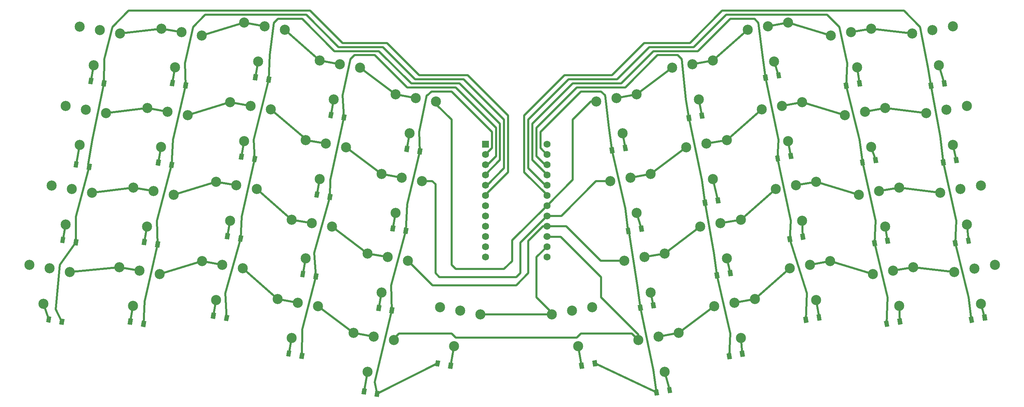
<source format=gbr>
G04 #@! TF.FileFunction,Copper,L2,Bot,Signal*
%FSLAX46Y46*%
G04 Gerber Fmt 4.6, Leading zero omitted, Abs format (unit mm)*
G04 Created by KiCad (PCBNEW 4.0.2-stable) date 29/03/2016 20:26:49*
%MOMM*%
G01*
G04 APERTURE LIST*
%ADD10C,0.100000*%
%ADD11R,1.752600X1.752600*%
%ADD12C,1.752600*%
%ADD13C,2.500000*%
%ADD14C,0.600000*%
%ADD15C,0.500000*%
G04 APERTURE END LIST*
D10*
D11*
X142380000Y-84030000D03*
D12*
X142380000Y-86570000D03*
X142380000Y-89110000D03*
X142380000Y-91650000D03*
X142380000Y-94190000D03*
X142380000Y-96730000D03*
X142380000Y-99270000D03*
X142380000Y-101810000D03*
X142380000Y-104350000D03*
X142380000Y-106890000D03*
X142380000Y-109430000D03*
X142380000Y-111970000D03*
X157620000Y-111970000D03*
X157620000Y-109430000D03*
X157620000Y-106890000D03*
X157620000Y-104350000D03*
X157620000Y-101810000D03*
X157620000Y-99270000D03*
X157620000Y-96730000D03*
X157620000Y-94190000D03*
X157620000Y-91650000D03*
X157620000Y-89110000D03*
X157620000Y-86570000D03*
X157620000Y-84030000D03*
D13*
X227738914Y-113057997D03*
X217733267Y-114822262D03*
X224279823Y-122695070D03*
X222736090Y-113940129D03*
X244830346Y-94812917D03*
X234824699Y-96577182D03*
X241371255Y-104449990D03*
X239827522Y-95695049D03*
D10*
G36*
X43991312Y-69044183D02*
X44251784Y-67566972D01*
X45335072Y-67757985D01*
X45074600Y-69235196D01*
X43991312Y-69044183D01*
X43991312Y-69044183D01*
G37*
G36*
X47241178Y-69617222D02*
X47501650Y-68140011D01*
X48584938Y-68331024D01*
X48324466Y-69808235D01*
X47241178Y-69617222D01*
X47241178Y-69617222D01*
G37*
G36*
X40344700Y-89725146D02*
X40605172Y-88247935D01*
X41688460Y-88438948D01*
X41427988Y-89916159D01*
X40344700Y-89725146D01*
X40344700Y-89725146D01*
G37*
G36*
X43594566Y-90298185D02*
X43855038Y-88820974D01*
X44938326Y-89011987D01*
X44677854Y-90489198D01*
X43594566Y-90298185D01*
X43594566Y-90298185D01*
G37*
G36*
X37045385Y-108436493D02*
X37305857Y-106959282D01*
X38389145Y-107150295D01*
X38128673Y-108627506D01*
X37045385Y-108436493D01*
X37045385Y-108436493D01*
G37*
G36*
X40295251Y-109009532D02*
X40555723Y-107532321D01*
X41639011Y-107723334D01*
X41378539Y-109200545D01*
X40295251Y-109009532D01*
X40295251Y-109009532D01*
G37*
G36*
X33572421Y-128132648D02*
X33832893Y-126655437D01*
X34916181Y-126846450D01*
X34655709Y-128323661D01*
X33572421Y-128132648D01*
X33572421Y-128132648D01*
G37*
G36*
X36822287Y-128705687D02*
X37082759Y-127228476D01*
X38166047Y-127419489D01*
X37905575Y-128896700D01*
X36822287Y-128705687D01*
X36822287Y-128705687D01*
G37*
G36*
X64208411Y-69562723D02*
X64468883Y-68085512D01*
X65552171Y-68276525D01*
X65291699Y-69753736D01*
X64208411Y-69562723D01*
X64208411Y-69562723D01*
G37*
G36*
X67458277Y-70135762D02*
X67718749Y-68658551D01*
X68802037Y-68849564D01*
X68541565Y-70326775D01*
X67458277Y-70135762D01*
X67458277Y-70135762D01*
G37*
G36*
X60735448Y-89258878D02*
X60995920Y-87781667D01*
X62079208Y-87972680D01*
X61818736Y-89449891D01*
X60735448Y-89258878D01*
X60735448Y-89258878D01*
G37*
G36*
X63985314Y-89831917D02*
X64245786Y-88354706D01*
X65329074Y-88545719D01*
X65068602Y-90022930D01*
X63985314Y-89831917D01*
X63985314Y-89831917D01*
G37*
G36*
X57262484Y-108955033D02*
X57522956Y-107477822D01*
X58606244Y-107668835D01*
X58345772Y-109146046D01*
X57262484Y-108955033D01*
X57262484Y-108955033D01*
G37*
G36*
X60512350Y-109528072D02*
X60772822Y-108050861D01*
X61856110Y-108241874D01*
X61595638Y-109719085D01*
X60512350Y-109528072D01*
X60512350Y-109528072D01*
G37*
G36*
X53789521Y-128651188D02*
X54049993Y-127173977D01*
X55133281Y-127364990D01*
X54872809Y-128842201D01*
X53789521Y-128651188D01*
X53789521Y-128651188D01*
G37*
G36*
X57039387Y-129224227D02*
X57299859Y-127747016D01*
X58383147Y-127938029D01*
X58122675Y-129415240D01*
X57039387Y-129224227D01*
X57039387Y-129224227D01*
G37*
G36*
X84772807Y-68111648D02*
X85033279Y-66634437D01*
X86116567Y-66825450D01*
X85856095Y-68302661D01*
X84772807Y-68111648D01*
X84772807Y-68111648D01*
G37*
G36*
X88022673Y-68684687D02*
X88283145Y-67207476D01*
X89366433Y-67398489D01*
X89105961Y-68875700D01*
X88022673Y-68684687D01*
X88022673Y-68684687D01*
G37*
G36*
X81299844Y-87807803D02*
X81560316Y-86330592D01*
X82643604Y-86521605D01*
X82383132Y-87998816D01*
X81299844Y-87807803D01*
X81299844Y-87807803D01*
G37*
G36*
X84549710Y-88380842D02*
X84810182Y-86903631D01*
X85893470Y-87094644D01*
X85632998Y-88571855D01*
X84549710Y-88380842D01*
X84549710Y-88380842D01*
G37*
G36*
X77826880Y-107503958D02*
X78087352Y-106026747D01*
X79170640Y-106217760D01*
X78910168Y-107694971D01*
X77826880Y-107503958D01*
X77826880Y-107503958D01*
G37*
G36*
X81076746Y-108076997D02*
X81337218Y-106599786D01*
X82420506Y-106790799D01*
X82160034Y-108268010D01*
X81076746Y-108076997D01*
X81076746Y-108076997D01*
G37*
G36*
X74353917Y-127200113D02*
X74614389Y-125722902D01*
X75697677Y-125913915D01*
X75437205Y-127391126D01*
X74353917Y-127200113D01*
X74353917Y-127200113D01*
G37*
G36*
X77603783Y-127773152D02*
X77864255Y-126295941D01*
X78947543Y-126486954D01*
X78687071Y-127964165D01*
X77603783Y-127773152D01*
X77603783Y-127773152D01*
G37*
G36*
X103427073Y-77493458D02*
X103687545Y-76016247D01*
X104770833Y-76207260D01*
X104510361Y-77684471D01*
X103427073Y-77493458D01*
X103427073Y-77493458D01*
G37*
G36*
X106676939Y-78066497D02*
X106937411Y-76589286D01*
X108020699Y-76780299D01*
X107760227Y-78257510D01*
X106676939Y-78066497D01*
X106676939Y-78066497D01*
G37*
G36*
X99954110Y-97189613D02*
X100214582Y-95712402D01*
X101297870Y-95903415D01*
X101037398Y-97380626D01*
X99954110Y-97189613D01*
X99954110Y-97189613D01*
G37*
G36*
X103203976Y-97762652D02*
X103464448Y-96285441D01*
X104547736Y-96476454D01*
X104287264Y-97953665D01*
X103203976Y-97762652D01*
X103203976Y-97762652D01*
G37*
G36*
X96481146Y-116885768D02*
X96741618Y-115408557D01*
X97824906Y-115599570D01*
X97564434Y-117076781D01*
X96481146Y-116885768D01*
X96481146Y-116885768D01*
G37*
G36*
X99731012Y-117458807D02*
X99991484Y-115981596D01*
X101074772Y-116172609D01*
X100814300Y-117649820D01*
X99731012Y-117458807D01*
X99731012Y-117458807D01*
G37*
G36*
X93008183Y-136581923D02*
X93268655Y-135104712D01*
X94351943Y-135295725D01*
X94091471Y-136772936D01*
X93008183Y-136581923D01*
X93008183Y-136581923D01*
G37*
G36*
X96258049Y-137154962D02*
X96518521Y-135677751D01*
X97601809Y-135868764D01*
X97341337Y-137345975D01*
X96258049Y-137154962D01*
X96258049Y-137154962D01*
G37*
G36*
X122254987Y-85890460D02*
X122515459Y-84413249D01*
X123598747Y-84604262D01*
X123338275Y-86081473D01*
X122254987Y-85890460D01*
X122254987Y-85890460D01*
G37*
G36*
X125504853Y-86463499D02*
X125765325Y-84986288D01*
X126848613Y-85177301D01*
X126588141Y-86654512D01*
X125504853Y-86463499D01*
X125504853Y-86463499D01*
G37*
G36*
X118782024Y-105586615D02*
X119042496Y-104109404D01*
X120125784Y-104300417D01*
X119865312Y-105777628D01*
X118782024Y-105586615D01*
X118782024Y-105586615D01*
G37*
G36*
X122031890Y-106159654D02*
X122292362Y-104682443D01*
X123375650Y-104873456D01*
X123115178Y-106350667D01*
X122031890Y-106159654D01*
X122031890Y-106159654D01*
G37*
G36*
X115309060Y-125282770D02*
X115569532Y-123805559D01*
X116652820Y-123996572D01*
X116392348Y-125473783D01*
X115309060Y-125282770D01*
X115309060Y-125282770D01*
G37*
G36*
X118558926Y-125855809D02*
X118819398Y-124378598D01*
X119902686Y-124569611D01*
X119642214Y-126046822D01*
X118558926Y-125855809D01*
X118558926Y-125855809D01*
G37*
G36*
X111662449Y-145963733D02*
X111922921Y-144486522D01*
X113006209Y-144677535D01*
X112745737Y-146154746D01*
X111662449Y-145963733D01*
X111662449Y-145963733D01*
G37*
G36*
X114912315Y-146536772D02*
X115172787Y-145059561D01*
X116256075Y-145250574D01*
X115995603Y-146727785D01*
X114912315Y-146536772D01*
X114912315Y-146536772D01*
G37*
G36*
X134438845Y-138302421D02*
X134178373Y-139779632D01*
X133095085Y-139588619D01*
X133355557Y-138111408D01*
X134438845Y-138302421D01*
X134438845Y-138302421D01*
G37*
G36*
X131188979Y-137729382D02*
X130928507Y-139206593D01*
X129845219Y-139015580D01*
X130105691Y-137538369D01*
X131188979Y-137729382D01*
X131188979Y-137729382D01*
G37*
G36*
X165807946Y-139778135D02*
X165547474Y-138300924D01*
X166630762Y-138109911D01*
X166891234Y-139587122D01*
X165807946Y-139778135D01*
X165807946Y-139778135D01*
G37*
G36*
X169057812Y-139205096D02*
X168797340Y-137727885D01*
X169880628Y-137536872D01*
X170141100Y-139014083D01*
X169057812Y-139205096D01*
X169057812Y-139205096D01*
G37*
G36*
X177411408Y-84165888D02*
X177671880Y-85643099D01*
X176588592Y-85834112D01*
X176328120Y-84356901D01*
X177411408Y-84165888D01*
X177411408Y-84165888D01*
G37*
G36*
X174161542Y-84738927D02*
X174422014Y-86216138D01*
X173338726Y-86407151D01*
X173078254Y-84929940D01*
X174161542Y-84738927D01*
X174161542Y-84738927D01*
G37*
G36*
X181411408Y-104165888D02*
X181671880Y-105643099D01*
X180588592Y-105834112D01*
X180328120Y-104356901D01*
X181411408Y-104165888D01*
X181411408Y-104165888D01*
G37*
G36*
X178161542Y-104738927D02*
X178422014Y-106216138D01*
X177338726Y-106407151D01*
X177078254Y-104929940D01*
X178161542Y-104738927D01*
X178161542Y-104738927D01*
G37*
G36*
X184411408Y-123165888D02*
X184671880Y-124643099D01*
X183588592Y-124834112D01*
X183328120Y-123356901D01*
X184411408Y-123165888D01*
X184411408Y-123165888D01*
G37*
G36*
X181161542Y-123738927D02*
X181422014Y-125216138D01*
X180338726Y-125407151D01*
X180078254Y-123929940D01*
X181161542Y-123738927D01*
X181161542Y-123738927D01*
G37*
G36*
X188411408Y-144165888D02*
X188671880Y-145643099D01*
X187588592Y-145834112D01*
X187328120Y-144356901D01*
X188411408Y-144165888D01*
X188411408Y-144165888D01*
G37*
G36*
X185161542Y-144738927D02*
X185422014Y-146216138D01*
X184338726Y-146407151D01*
X184078254Y-144929940D01*
X185161542Y-144738927D01*
X185161542Y-144738927D01*
G37*
G36*
X196411408Y-76165888D02*
X196671880Y-77643099D01*
X195588592Y-77834112D01*
X195328120Y-76356901D01*
X196411408Y-76165888D01*
X196411408Y-76165888D01*
G37*
G36*
X193161542Y-76738927D02*
X193422014Y-78216138D01*
X192338726Y-78407151D01*
X192078254Y-76929940D01*
X193161542Y-76738927D01*
X193161542Y-76738927D01*
G37*
G36*
X200411408Y-97165888D02*
X200671880Y-98643099D01*
X199588592Y-98834112D01*
X199328120Y-97356901D01*
X200411408Y-97165888D01*
X200411408Y-97165888D01*
G37*
G36*
X197161542Y-97738927D02*
X197422014Y-99216138D01*
X196338726Y-99407151D01*
X196078254Y-97929940D01*
X197161542Y-97738927D01*
X197161542Y-97738927D01*
G37*
G36*
X203411408Y-115165888D02*
X203671880Y-116643099D01*
X202588592Y-116834112D01*
X202328120Y-115356901D01*
X203411408Y-115165888D01*
X203411408Y-115165888D01*
G37*
G36*
X200161542Y-115738927D02*
X200422014Y-117216138D01*
X199338726Y-117407151D01*
X199078254Y-115929940D01*
X200161542Y-115738927D01*
X200161542Y-115738927D01*
G37*
G36*
X206411408Y-135165888D02*
X206671880Y-136643099D01*
X205588592Y-136834112D01*
X205328120Y-135356901D01*
X206411408Y-135165888D01*
X206411408Y-135165888D01*
G37*
G36*
X203161542Y-135738927D02*
X203422014Y-137216138D01*
X202338726Y-137407151D01*
X202078254Y-135929940D01*
X203161542Y-135738927D01*
X203161542Y-135738927D01*
G37*
G36*
X215411408Y-66165888D02*
X215671880Y-67643099D01*
X214588592Y-67834112D01*
X214328120Y-66356901D01*
X215411408Y-66165888D01*
X215411408Y-66165888D01*
G37*
G36*
X212161542Y-66738927D02*
X212422014Y-68216138D01*
X211338726Y-68407151D01*
X211078254Y-66929940D01*
X212161542Y-66738927D01*
X212161542Y-66738927D01*
G37*
G36*
X218411408Y-86165888D02*
X218671880Y-87643099D01*
X217588592Y-87834112D01*
X217328120Y-86356901D01*
X218411408Y-86165888D01*
X218411408Y-86165888D01*
G37*
G36*
X215161542Y-86738927D02*
X215422014Y-88216138D01*
X214338726Y-88407151D01*
X214078254Y-86929940D01*
X215161542Y-86738927D01*
X215161542Y-86738927D01*
G37*
G36*
X221411408Y-106165888D02*
X221671880Y-107643099D01*
X220588592Y-107834112D01*
X220328120Y-106356901D01*
X221411408Y-106165888D01*
X221411408Y-106165888D01*
G37*
G36*
X218161542Y-106738927D02*
X218422014Y-108216138D01*
X217338726Y-108407151D01*
X217078254Y-106929940D01*
X218161542Y-106738927D01*
X218161542Y-106738927D01*
G37*
G36*
X225411408Y-126165888D02*
X225671880Y-127643099D01*
X224588592Y-127834112D01*
X224328120Y-126356901D01*
X225411408Y-126165888D01*
X225411408Y-126165888D01*
G37*
G36*
X222161542Y-126738927D02*
X222422014Y-128216138D01*
X221338726Y-128407151D01*
X221078254Y-126929940D01*
X222161542Y-126738927D01*
X222161542Y-126738927D01*
G37*
G36*
X235411408Y-68165888D02*
X235671880Y-69643099D01*
X234588592Y-69834112D01*
X234328120Y-68356901D01*
X235411408Y-68165888D01*
X235411408Y-68165888D01*
G37*
G36*
X232161542Y-68738927D02*
X232422014Y-70216138D01*
X231338726Y-70407151D01*
X231078254Y-68929940D01*
X232161542Y-68738927D01*
X232161542Y-68738927D01*
G37*
G36*
X239411408Y-87165888D02*
X239671880Y-88643099D01*
X238588592Y-88834112D01*
X238328120Y-87356901D01*
X239411408Y-87165888D01*
X239411408Y-87165888D01*
G37*
G36*
X236161542Y-87738927D02*
X236422014Y-89216138D01*
X235338726Y-89407151D01*
X235078254Y-87929940D01*
X236161542Y-87738927D01*
X236161542Y-87738927D01*
G37*
G36*
X242411408Y-107165888D02*
X242671880Y-108643099D01*
X241588592Y-108834112D01*
X241328120Y-107356901D01*
X242411408Y-107165888D01*
X242411408Y-107165888D01*
G37*
G36*
X239161542Y-107738927D02*
X239422014Y-109216138D01*
X238338726Y-109407151D01*
X238078254Y-107929940D01*
X239161542Y-107738927D01*
X239161542Y-107738927D01*
G37*
G36*
X245411408Y-127165888D02*
X245671880Y-128643099D01*
X244588592Y-128834112D01*
X244328120Y-127356901D01*
X245411408Y-127165888D01*
X245411408Y-127165888D01*
G37*
G36*
X242161542Y-127738927D02*
X242422014Y-129216138D01*
X241338726Y-129407151D01*
X241078254Y-127929940D01*
X242161542Y-127738927D01*
X242161542Y-127738927D01*
G37*
G36*
X256411408Y-68165888D02*
X256671880Y-69643099D01*
X255588592Y-69834112D01*
X255328120Y-68356901D01*
X256411408Y-68165888D01*
X256411408Y-68165888D01*
G37*
G36*
X253161542Y-68738927D02*
X253422014Y-70216138D01*
X252338726Y-70407151D01*
X252078254Y-68929940D01*
X253161542Y-68738927D01*
X253161542Y-68738927D01*
G37*
G36*
X259411408Y-87165888D02*
X259671880Y-88643099D01*
X258588592Y-88834112D01*
X258328120Y-87356901D01*
X259411408Y-87165888D01*
X259411408Y-87165888D01*
G37*
G36*
X256161542Y-87738927D02*
X256422014Y-89216138D01*
X255338726Y-89407151D01*
X255078254Y-87929940D01*
X256161542Y-87738927D01*
X256161542Y-87738927D01*
G37*
G36*
X262411408Y-107165888D02*
X262671880Y-108643099D01*
X261588592Y-108834112D01*
X261328120Y-107356901D01*
X262411408Y-107165888D01*
X262411408Y-107165888D01*
G37*
G36*
X259161542Y-107738927D02*
X259422014Y-109216138D01*
X258338726Y-109407151D01*
X258078254Y-107929940D01*
X259161542Y-107738927D01*
X259161542Y-107738927D01*
G37*
G36*
X266411408Y-126165888D02*
X266671880Y-127643099D01*
X265588592Y-127834112D01*
X265328120Y-126356901D01*
X266411408Y-126165888D01*
X266411408Y-126165888D01*
G37*
G36*
X263161542Y-126738927D02*
X263422014Y-128216138D01*
X262338726Y-128407151D01*
X262078254Y-126929940D01*
X263161542Y-126738927D01*
X263161542Y-126738927D01*
G37*
D13*
X51890448Y-56667829D03*
X41884801Y-54903564D03*
X45343892Y-64540637D03*
X46887625Y-55785696D03*
X48417485Y-76363984D03*
X38411838Y-74599719D03*
X41870929Y-84236792D03*
X43414662Y-75481851D03*
X44944521Y-96060139D03*
X34938874Y-94295874D03*
X38397965Y-103932947D03*
X39941698Y-95178006D03*
X39471558Y-115708730D03*
X29465911Y-113944465D03*
X32925002Y-123581538D03*
X34468735Y-114826597D03*
X72107548Y-57186369D03*
X62101901Y-55422104D03*
X65560992Y-65059177D03*
X67104725Y-56304236D03*
X68634584Y-76882524D03*
X58628937Y-75118259D03*
X62088028Y-84755332D03*
X63631761Y-76000391D03*
X65161621Y-96578679D03*
X55155974Y-94814414D03*
X58615065Y-104451487D03*
X60158798Y-95696546D03*
X61688657Y-116274835D03*
X51683010Y-114510570D03*
X55142101Y-124147643D03*
X56685834Y-115392702D03*
X92671944Y-55735294D03*
X82666297Y-53971029D03*
X86125388Y-63608102D03*
X87669121Y-54853161D03*
X89198980Y-75431449D03*
X79193333Y-73667184D03*
X82652424Y-83304257D03*
X84196157Y-74549316D03*
X85726017Y-95127604D03*
X75720370Y-93363339D03*
X79179461Y-103000412D03*
X80723194Y-94245471D03*
X82253053Y-114823759D03*
X72247406Y-113059494D03*
X75706497Y-122696567D03*
X77250230Y-113941626D03*
X111326210Y-65117104D03*
X101320563Y-63352839D03*
X104779654Y-72989912D03*
X106323387Y-64234971D03*
X107853246Y-84813259D03*
X97847599Y-83048994D03*
X101306690Y-92686067D03*
X102850423Y-83931126D03*
X104380283Y-104509414D03*
X94374636Y-102745149D03*
X97833727Y-112382222D03*
X99377460Y-103627281D03*
X100907319Y-124205569D03*
X90901672Y-122441304D03*
X94360763Y-132078377D03*
X95904496Y-123323436D03*
X130154124Y-73514107D03*
X120148477Y-71749842D03*
X123607568Y-81386915D03*
X125151301Y-72631974D03*
X126681161Y-93210262D03*
X116675514Y-91445997D03*
X120134605Y-101083070D03*
X121678338Y-92328129D03*
X123208197Y-112906417D03*
X113202550Y-111142152D03*
X116661641Y-120779225D03*
X118205374Y-112024284D03*
X119735233Y-132602572D03*
X109729586Y-130838307D03*
X113188677Y-140475380D03*
X114732410Y-131720439D03*
X141167870Y-126227458D03*
X131162223Y-124463193D03*
X134621314Y-134100266D03*
X136165047Y-125345325D03*
X168824097Y-124461695D03*
X158818450Y-126225960D03*
X165365006Y-134098768D03*
X163821273Y-125343827D03*
X179837843Y-71748344D03*
X169832196Y-73512609D03*
X176378752Y-81385417D03*
X174835019Y-72630476D03*
X183310806Y-91444499D03*
X173305159Y-93208764D03*
X179851715Y-101081572D03*
X178307982Y-92326631D03*
X186783770Y-111140654D03*
X176778123Y-112904919D03*
X183324679Y-120777727D03*
X181780946Y-112022786D03*
X190256733Y-130836809D03*
X180251086Y-132601074D03*
X186797642Y-140473882D03*
X185253909Y-131718941D03*
X198665757Y-63351342D03*
X188660110Y-65115607D03*
X195206666Y-72988415D03*
X193662933Y-64233474D03*
X202138721Y-83047497D03*
X192133074Y-84811762D03*
X198679630Y-92684570D03*
X197135897Y-83929629D03*
X205611684Y-102743652D03*
X195606037Y-104507917D03*
X202152593Y-112380725D03*
X200608860Y-103625784D03*
X209084648Y-122439807D03*
X199079001Y-124204072D03*
X205625557Y-132076880D03*
X204081824Y-123321939D03*
X217320023Y-53969531D03*
X207314376Y-55733796D03*
X213860932Y-63606604D03*
X212317199Y-54851663D03*
X220792987Y-73665686D03*
X210787340Y-75429951D03*
X217333896Y-83302759D03*
X215790163Y-74547818D03*
X224265950Y-93361842D03*
X214260303Y-95126107D03*
X220806859Y-102998915D03*
X219263126Y-94243974D03*
X237884419Y-55420607D03*
X227878772Y-57184872D03*
X234425328Y-65057680D03*
X232881595Y-56302739D03*
X241357382Y-75116762D03*
X231351735Y-76881027D03*
X237898291Y-84753835D03*
X236354558Y-75998894D03*
X248303310Y-114509072D03*
X238297663Y-116273337D03*
X244844219Y-124146145D03*
X243300486Y-115391204D03*
X258101519Y-54902066D03*
X248095872Y-56666331D03*
X254642428Y-64539139D03*
X253098695Y-55784198D03*
X261574482Y-74598221D03*
X251568835Y-76362486D03*
X258115391Y-84235294D03*
X256571658Y-75480353D03*
X265047446Y-94294376D03*
X255041799Y-96058641D03*
X261588355Y-103931449D03*
X260044622Y-95176508D03*
X268520409Y-113990532D03*
X258514762Y-115754797D03*
X265061318Y-123627605D03*
X263517585Y-114872664D03*
D14*
X169832196Y-73512609D03*
D15*
X44663192Y-68401084D02*
X45343892Y-64540637D01*
X99000000Y-51000000D02*
X107000000Y-59000000D01*
X148000000Y-91000000D02*
X148000000Y-82000000D01*
X142380000Y-96620000D02*
X148000000Y-91000000D01*
X54000000Y-51000000D02*
X99000000Y-51000000D01*
X48000000Y-63000000D02*
X47913058Y-68974123D01*
X48000000Y-63000000D02*
X50000000Y-55000000D01*
X50000000Y-55000000D02*
X54000000Y-51000000D01*
X148000000Y-77000000D02*
X148000000Y-82000000D01*
X138000000Y-67000000D02*
X148000000Y-77000000D01*
X126000000Y-67000000D02*
X138000000Y-67000000D01*
X118000000Y-59000000D02*
X126000000Y-67000000D01*
X107000000Y-59000000D02*
X118000000Y-59000000D01*
X142380000Y-96730000D02*
X142380000Y-96620000D01*
X40967131Y-108366433D02*
X37000000Y-114000000D01*
X36000000Y-125000000D02*
X37494167Y-128062588D01*
X37000000Y-114000000D02*
X36000000Y-125000000D01*
X44266446Y-89655086D02*
X41000000Y-102000000D01*
X41000000Y-102000000D02*
X40967131Y-108366433D01*
X47913058Y-68974123D02*
X45000000Y-83000000D01*
X45000000Y-83000000D02*
X44000000Y-89000000D01*
X44000000Y-89000000D02*
X44266446Y-89655086D01*
X41870929Y-84236792D02*
X41016580Y-89082047D01*
X38397965Y-103932947D02*
X37717265Y-107793394D01*
X32925002Y-123581538D02*
X34244301Y-127489549D01*
X64880291Y-68919624D02*
X65560992Y-65059177D01*
X70000000Y-55000000D02*
X73000000Y-52000000D01*
X68000000Y-64000000D02*
X70000000Y-55000000D01*
X68130157Y-69492663D02*
X68000000Y-64000000D01*
X147000000Y-90000000D02*
X147000000Y-82000000D01*
X147000000Y-90000000D02*
X142810000Y-94190000D01*
X147000000Y-78000000D02*
X147000000Y-82000000D01*
X137000000Y-68000000D02*
X147000000Y-78000000D01*
X125000000Y-68000000D02*
X137000000Y-68000000D01*
X117000000Y-60000000D02*
X125000000Y-68000000D01*
X106000000Y-60000000D02*
X117000000Y-60000000D01*
X98000000Y-52000000D02*
X106000000Y-60000000D01*
X73000000Y-52000000D02*
X98000000Y-52000000D01*
X142380000Y-94190000D02*
X142810000Y-94190000D01*
X142380000Y-94190000D02*
X142380000Y-93620000D01*
X68130157Y-69492663D02*
X65000000Y-83000000D01*
X65000000Y-83000000D02*
X64657194Y-89188818D01*
X61184230Y-108884973D02*
X58000000Y-123000000D01*
X58000000Y-123000000D02*
X57711267Y-128581128D01*
X64657194Y-89188818D02*
X61000000Y-103000000D01*
X61000000Y-103000000D02*
X61184230Y-108884973D01*
X61407328Y-88615779D02*
X62088028Y-84755332D01*
X57934364Y-108311934D02*
X58615065Y-104451487D01*
X54461401Y-128008089D02*
X55142101Y-124147643D01*
X85444687Y-67468549D02*
X86125388Y-63608102D01*
X146000000Y-88000000D02*
X146000000Y-79000000D01*
X91000000Y-53000000D02*
X97000000Y-53000000D01*
X97000000Y-53000000D02*
X105000000Y-61000000D01*
X105000000Y-61000000D02*
X116000000Y-61000000D01*
X116000000Y-61000000D02*
X124000000Y-69000000D01*
X124000000Y-69000000D02*
X136000000Y-69000000D01*
X136000000Y-69000000D02*
X146000000Y-79000000D01*
X88694553Y-68041588D02*
X89000000Y-62000000D01*
X89000000Y-62000000D02*
X90000000Y-54000000D01*
X90000000Y-54000000D02*
X91000000Y-53000000D01*
X146000000Y-88000000D02*
X142380000Y-91620000D01*
X142380000Y-91650000D02*
X142380000Y-91620000D01*
X81748626Y-107433898D02*
X78000000Y-121000000D01*
X78000000Y-121000000D02*
X78275663Y-127130053D01*
X85221590Y-87737743D02*
X82000000Y-102000000D01*
X82000000Y-102000000D02*
X81748626Y-107433898D01*
X88694553Y-68041588D02*
X85000000Y-83000000D01*
X85000000Y-83000000D02*
X85221590Y-87737743D01*
X82652424Y-83304257D02*
X81971724Y-87164704D01*
X78498760Y-106860859D02*
X79179461Y-103000412D01*
X75706497Y-122696567D02*
X75025797Y-126557014D01*
X104779654Y-72989912D02*
X104098953Y-76850359D01*
X109000000Y-63000000D02*
X110000000Y-62000000D01*
X107348819Y-77423398D02*
X107000000Y-72000000D01*
X107000000Y-72000000D02*
X109000000Y-63000000D01*
X145000000Y-80000000D02*
X145000000Y-83000000D01*
X135000000Y-70000000D02*
X145000000Y-80000000D01*
X123000000Y-70000000D02*
X135000000Y-70000000D01*
X115000000Y-62000000D02*
X123000000Y-70000000D01*
X110000000Y-62000000D02*
X115000000Y-62000000D01*
X145000000Y-87000000D02*
X145000000Y-83000000D01*
X145000000Y-87000000D02*
X142890000Y-89110000D01*
X145000000Y-83000000D02*
X145000000Y-82000000D01*
X142380000Y-89110000D02*
X142890000Y-89110000D01*
X100402892Y-116815708D02*
X97000000Y-130000000D01*
X97000000Y-130000000D02*
X96929929Y-136511863D01*
X103875856Y-97119553D02*
X100000000Y-111000000D01*
X100000000Y-111000000D02*
X100402892Y-116815708D01*
X107348819Y-77423398D02*
X104000000Y-93000000D01*
X104000000Y-93000000D02*
X103875856Y-97119553D01*
X101306690Y-92686067D02*
X100625990Y-96546514D01*
X97833727Y-112382222D02*
X97153026Y-116242669D01*
X94360763Y-132078377D02*
X93680063Y-135938824D01*
X123607568Y-81386915D02*
X122926867Y-85247361D01*
X127807692Y-71961540D02*
X128038460Y-71961540D01*
X144000000Y-85000000D02*
X144000000Y-82000000D01*
X144000000Y-85000000D02*
X142430000Y-86570000D01*
X144000000Y-81000000D02*
X144000000Y-82000000D01*
X134000000Y-71000000D02*
X144000000Y-81000000D01*
X129000000Y-71000000D02*
X134000000Y-71000000D01*
X128038460Y-71961540D02*
X129000000Y-71000000D01*
X142380000Y-86570000D02*
X142430000Y-86570000D01*
X126176733Y-85820400D02*
X126000000Y-81000000D01*
X126000000Y-81000000D02*
X127807692Y-71961540D01*
X119230806Y-125212710D02*
X115000000Y-143000000D01*
X115000000Y-143000000D02*
X115584195Y-145893673D01*
X122703770Y-105516555D02*
X119000000Y-119000000D01*
X119000000Y-119000000D02*
X119230806Y-125212710D01*
X126176733Y-85820400D02*
X123000000Y-99000000D01*
X123000000Y-99000000D02*
X122703770Y-105516555D01*
X115584195Y-145893673D02*
X130517099Y-138372481D01*
X120134605Y-101083070D02*
X119453904Y-104943516D01*
X116661641Y-120779225D02*
X115980940Y-124639671D01*
X112334329Y-145320634D02*
X113188677Y-140475380D01*
X133766965Y-138945520D02*
X134621314Y-134100266D01*
X166219354Y-138944023D02*
X165365006Y-134098768D01*
X172000000Y-72000000D02*
X171000000Y-71000000D01*
X157570000Y-86570000D02*
X156000000Y-85000000D01*
X156000000Y-85000000D02*
X156000000Y-82000000D01*
X173000000Y-80000000D02*
X172000000Y-72000000D01*
X173000000Y-80000000D02*
X173750134Y-85573039D01*
X156000000Y-81000000D02*
X156000000Y-82000000D01*
X166000000Y-71000000D02*
X156000000Y-81000000D01*
X171000000Y-71000000D02*
X166000000Y-71000000D01*
X173750134Y-85573039D02*
X173426961Y-85573039D01*
X169469220Y-138370984D02*
X184750134Y-145573039D01*
X177750134Y-105573039D02*
X177000000Y-100000000D01*
X177000000Y-100000000D02*
X173750134Y-85573039D01*
X180750134Y-124573039D02*
X180000000Y-119000000D01*
X180000000Y-119000000D02*
X178000000Y-106000000D01*
X178000000Y-106000000D02*
X177750134Y-105573039D01*
X184750134Y-145573039D02*
X184000000Y-140000000D01*
X184000000Y-140000000D02*
X180750134Y-124573039D01*
X157620000Y-86570000D02*
X157570000Y-86570000D01*
X177000000Y-85000000D02*
X176378752Y-81385417D01*
X181000000Y-105000000D02*
X179851715Y-101081572D01*
X184000000Y-124000000D02*
X183324679Y-120777727D01*
X188000000Y-145000000D02*
X186797642Y-140473882D01*
X195206666Y-72988415D02*
X196000000Y-77000000D01*
X191000000Y-63000000D02*
X190000000Y-62000000D01*
X157110000Y-89110000D02*
X155000000Y-87000000D01*
X155000000Y-87000000D02*
X155000000Y-82000000D01*
X192000000Y-73000000D02*
X192750134Y-77573039D01*
X192000000Y-73000000D02*
X191000000Y-63000000D01*
X155000000Y-80000000D02*
X155000000Y-82000000D01*
X165000000Y-70000000D02*
X155000000Y-80000000D01*
X177000000Y-70000000D02*
X165000000Y-70000000D01*
X185000000Y-62000000D02*
X177000000Y-70000000D01*
X190000000Y-62000000D02*
X185000000Y-62000000D01*
X196750134Y-98573039D02*
X196000000Y-93000000D01*
X196000000Y-93000000D02*
X192750134Y-77573039D01*
X199750134Y-116573039D02*
X199000000Y-111000000D01*
X199000000Y-111000000D02*
X196750134Y-98573039D01*
X202750134Y-136573039D02*
X203000000Y-131000000D01*
X203000000Y-131000000D02*
X199750134Y-116573039D01*
X157620000Y-89110000D02*
X157110000Y-89110000D01*
X198679630Y-92684570D02*
X200000000Y-98000000D01*
X202152593Y-112380725D02*
X203000000Y-116000000D01*
X205625557Y-132076880D02*
X206000000Y-136000000D01*
X213860932Y-63606604D02*
X215000000Y-67000000D01*
X184000000Y-61000000D02*
X176000000Y-69000000D01*
X154000000Y-88000000D02*
X154000000Y-82000000D01*
X157620000Y-91620000D02*
X154000000Y-88000000D01*
X209000000Y-53000000D02*
X203000000Y-53000000D01*
X203000000Y-53000000D02*
X195000000Y-61000000D01*
X195000000Y-61000000D02*
X184000000Y-61000000D01*
X211000000Y-62000000D02*
X210000000Y-54000000D01*
X211000000Y-62000000D02*
X211750134Y-67573039D01*
X210000000Y-54000000D02*
X209000000Y-53000000D01*
X154000000Y-79000000D02*
X154000000Y-82000000D01*
X164000000Y-69000000D02*
X154000000Y-79000000D01*
X176000000Y-69000000D02*
X164000000Y-69000000D01*
X214750134Y-87573039D02*
X215000000Y-83000000D01*
X215000000Y-83000000D02*
X211750134Y-67573039D01*
X217750134Y-107573039D02*
X218000000Y-103000000D01*
X218000000Y-103000000D02*
X214750134Y-87573039D01*
X221750134Y-127573039D02*
X222000000Y-121000000D01*
X222000000Y-121000000D02*
X217750134Y-107573039D01*
X157620000Y-91650000D02*
X157620000Y-91620000D01*
X217333896Y-83302759D02*
X218000000Y-87000000D01*
X220806859Y-102998915D02*
X221000000Y-107000000D01*
X224279823Y-122695070D02*
X225000000Y-127000000D01*
X234425328Y-65057680D02*
X235000000Y-69000000D01*
X203000000Y-52000000D02*
X227000000Y-52000000D01*
X231750134Y-69573039D02*
X232000000Y-64000000D01*
X232000000Y-64000000D02*
X230000000Y-55000000D01*
X183000000Y-60000000D02*
X194000000Y-60000000D01*
X194000000Y-60000000D02*
X202000000Y-52000000D01*
X202000000Y-52000000D02*
X203000000Y-52000000D01*
X153000000Y-82000000D02*
X153000000Y-78000000D01*
X153000000Y-90000000D02*
X153000000Y-82000000D01*
X153000000Y-90000000D02*
X157190000Y-94190000D01*
X163000000Y-68000000D02*
X175000000Y-68000000D01*
X153000000Y-78000000D02*
X163000000Y-68000000D01*
X175000000Y-68000000D02*
X183000000Y-60000000D01*
X227000000Y-52000000D02*
X230000000Y-55000000D01*
X235750134Y-88573039D02*
X235000000Y-83000000D01*
X235000000Y-83000000D02*
X231750134Y-69573039D01*
X238750134Y-108573039D02*
X239000000Y-103000000D01*
X239000000Y-103000000D02*
X235750134Y-88573039D01*
X241750134Y-128573039D02*
X242000000Y-122000000D01*
X242000000Y-122000000D02*
X238750134Y-108573039D01*
X157620000Y-94190000D02*
X157190000Y-94190000D01*
X239000000Y-88000000D02*
X237898291Y-84753835D01*
X242000000Y-108000000D02*
X241371255Y-104449990D01*
X244844219Y-124146145D02*
X245000000Y-128000000D01*
X256000000Y-69000000D02*
X254642428Y-64539139D01*
X193000000Y-59000000D02*
X201000000Y-51000000D01*
X252000000Y-65000000D02*
X250000000Y-55000000D01*
X252750134Y-69573039D02*
X252000000Y-65000000D01*
X152000000Y-77000000D02*
X162000000Y-67000000D01*
X162000000Y-67000000D02*
X173700002Y-67000000D01*
X173700002Y-67000000D02*
X181700002Y-59000000D01*
X181700002Y-59000000D02*
X193000000Y-59000000D01*
X152000000Y-91000000D02*
X157620000Y-96620000D01*
X152000000Y-91000000D02*
X152000000Y-82000000D01*
X152000000Y-82000000D02*
X152000000Y-77000000D01*
X246000000Y-51000000D02*
X250000000Y-55000000D01*
X201000000Y-51000000D02*
X246000000Y-51000000D01*
X157620000Y-96730000D02*
X157620000Y-96620000D01*
X255750134Y-88573039D02*
X255000000Y-82000000D01*
X255000000Y-82000000D02*
X252750134Y-69573039D01*
X262750134Y-127573039D02*
X262000000Y-122000000D01*
X262000000Y-122000000D02*
X258750134Y-108573039D01*
X258750134Y-108573039D02*
X259000000Y-103000000D01*
X259000000Y-103000000D02*
X255750134Y-88573039D01*
X259000000Y-88000000D02*
X258115391Y-84235294D01*
X262000000Y-108000000D02*
X261588355Y-103931449D01*
X266000000Y-127000000D02*
X265061318Y-123627605D01*
X51890448Y-56667829D02*
X62101901Y-55422104D01*
X62101901Y-55422104D02*
X67104725Y-56304236D01*
X48417485Y-76363984D02*
X58628937Y-75118259D01*
X58628937Y-75118259D02*
X63631761Y-76000391D01*
X44944521Y-96060139D02*
X55155974Y-94814414D01*
X55155974Y-94814414D02*
X60158798Y-95696546D01*
X39471558Y-115708730D02*
X51683010Y-114510570D01*
X51683010Y-114510570D02*
X56685834Y-115392702D01*
X72107548Y-57186369D02*
X82666297Y-53971029D01*
X82666297Y-53971029D02*
X87669121Y-54853161D01*
X68634584Y-76882524D02*
X78000000Y-74000000D01*
X78000000Y-74000000D02*
X79193333Y-73667184D01*
X79193333Y-73667184D02*
X84196157Y-74549316D01*
X65161621Y-96578679D02*
X75720370Y-93363339D01*
X75720370Y-93363339D02*
X80723194Y-94245471D01*
X61688657Y-116274835D02*
X72247406Y-113059494D01*
X72247406Y-113059494D02*
X77250230Y-113941626D01*
X92671944Y-55735294D02*
X101320563Y-63352839D01*
X101320563Y-63352839D02*
X106323387Y-64234971D01*
X89198980Y-75431449D02*
X97000000Y-82000000D01*
X97000000Y-82000000D02*
X97847599Y-83048994D01*
X97847599Y-83048994D02*
X102850423Y-83931126D01*
X85726017Y-95127604D02*
X94374636Y-102745149D01*
X94374636Y-102745149D02*
X99377460Y-103627281D01*
X82253053Y-114823759D02*
X90901672Y-122441304D01*
X90901672Y-122441304D02*
X95904496Y-123323436D01*
X111326210Y-65117104D02*
X120148477Y-71749842D01*
X120148477Y-71749842D02*
X125151301Y-72631974D01*
X107853246Y-84813259D02*
X116675514Y-91445997D01*
X116675514Y-91445997D02*
X121678338Y-92328129D01*
X104380283Y-104509414D02*
X113202550Y-111142152D01*
X113202550Y-111142152D02*
X118205374Y-112024284D01*
X100907319Y-124205569D02*
X109729586Y-130838307D01*
X109729586Y-130838307D02*
X114732410Y-131720439D01*
X130154124Y-73514107D02*
X130154124Y-74154124D01*
X130154124Y-74154124D02*
X134000000Y-78000000D01*
X134000000Y-78000000D02*
X134000000Y-114000000D01*
X134000000Y-114000000D02*
X135000000Y-115000000D01*
X135000000Y-115000000D02*
X147000000Y-115000000D01*
X147000000Y-115000000D02*
X149000000Y-113000000D01*
X149000000Y-113000000D02*
X149000000Y-107890000D01*
X149000000Y-107890000D02*
X157620000Y-99270000D01*
X169832196Y-73512609D02*
X168487391Y-73512609D01*
X164000000Y-92890000D02*
X157620000Y-99270000D01*
X164000000Y-78000000D02*
X164000000Y-92890000D01*
X168487391Y-73512609D02*
X164000000Y-78000000D01*
X157620000Y-99270000D02*
X157270000Y-99270000D01*
X126681161Y-93210262D02*
X129210262Y-93210262D01*
X151000000Y-108430000D02*
X157620000Y-101810000D01*
X151000000Y-116000000D02*
X151000000Y-108430000D01*
X150000000Y-117000000D02*
X151000000Y-116000000D01*
X131000000Y-117000000D02*
X150000000Y-117000000D01*
X130000000Y-116000000D02*
X131000000Y-117000000D01*
X130000000Y-94000000D02*
X130000000Y-116000000D01*
X129210262Y-93210262D02*
X130000000Y-94000000D01*
X173305159Y-93208764D02*
X169791236Y-93208764D01*
X161190000Y-101810000D02*
X157620000Y-101810000D01*
X169791236Y-93208764D02*
X161190000Y-101810000D01*
X157620000Y-104350000D02*
X156650000Y-104350000D01*
X129301780Y-119000000D02*
X123208197Y-112906417D01*
X150000000Y-119000000D02*
X129301780Y-119000000D01*
X153000000Y-116000000D02*
X150000000Y-119000000D01*
X153000000Y-108000000D02*
X153000000Y-116000000D01*
X156650000Y-104350000D02*
X153000000Y-108000000D01*
X176778123Y-112904919D02*
X170904919Y-112904919D01*
X162350000Y-104350000D02*
X157620000Y-104350000D01*
X170904919Y-112904919D02*
X162350000Y-104350000D01*
X119735233Y-132602572D02*
X119735233Y-132264767D01*
X119735233Y-132264767D02*
X121000000Y-131000000D01*
X121000000Y-131000000D02*
X132000000Y-131000000D01*
X132000000Y-131000000D02*
X134000000Y-131000000D01*
X134000000Y-131000000D02*
X135000000Y-132000000D01*
X135000000Y-132000000D02*
X165000000Y-132000000D01*
X165000000Y-132000000D02*
X166000000Y-131000000D01*
X166000000Y-131000000D02*
X178650012Y-131000000D01*
X178650012Y-131000000D02*
X180251086Y-132601074D01*
X180251086Y-132601074D02*
X180251086Y-131251086D01*
X161000000Y-107000000D02*
X157000000Y-107000000D01*
X171000000Y-117000000D02*
X161000000Y-107000000D01*
X171000000Y-122000000D02*
X171000000Y-117000000D01*
X180251086Y-131251086D02*
X171000000Y-122000000D01*
X157000000Y-107000000D02*
X157620000Y-106890000D01*
X158818450Y-126225960D02*
X158818450Y-125818450D01*
X158818450Y-125818450D02*
X155000000Y-122000000D01*
X155000000Y-112050000D02*
X157620000Y-109430000D01*
X155000000Y-122000000D02*
X155000000Y-112050000D01*
X141167870Y-126227458D02*
X158816952Y-126227458D01*
X158816952Y-126227458D02*
X158818450Y-126225960D01*
X174835019Y-72630476D02*
X179837843Y-71748344D01*
X179837843Y-71748344D02*
X188660110Y-65115607D01*
X178307982Y-92326631D02*
X183310806Y-91444499D01*
X183310806Y-91444499D02*
X192133074Y-84811762D01*
X181780946Y-112022786D02*
X186783770Y-111140654D01*
X186783770Y-111140654D02*
X195606037Y-104507917D01*
X185253909Y-131718941D02*
X190256733Y-130836809D01*
X190256733Y-130836809D02*
X199079001Y-124204072D01*
X198665757Y-63351342D02*
X207314376Y-55733796D01*
X193662933Y-64233474D02*
X198665757Y-63351342D01*
X197135897Y-83929629D02*
X202138721Y-83047497D01*
X202138721Y-83047497D02*
X210787340Y-75429951D01*
X200608860Y-103625784D02*
X205611684Y-102743652D01*
X205611684Y-102743652D02*
X214260303Y-95126107D01*
X204081824Y-123321939D02*
X209084648Y-122439807D01*
X209084648Y-122439807D02*
X217733267Y-114822262D01*
X212317199Y-54851663D02*
X217320023Y-53969531D01*
X217320023Y-53969531D02*
X227878772Y-57184872D01*
X215790163Y-74547818D02*
X220792987Y-73665686D01*
X220792987Y-73665686D02*
X231351735Y-76881027D01*
X219263126Y-94243974D02*
X224265950Y-93361842D01*
X224265950Y-93361842D02*
X234824699Y-96577182D01*
X222736090Y-113940129D02*
X227738914Y-113057997D01*
X227738914Y-113057997D02*
X238297663Y-116273337D01*
X237884419Y-55420607D02*
X232881595Y-56302739D01*
X248095872Y-56666331D02*
X237884419Y-55420607D01*
X236354558Y-75998894D02*
X241357382Y-75116762D01*
X241357382Y-75116762D02*
X251568835Y-76362486D01*
X255041799Y-96058641D02*
X244830346Y-94812917D01*
X244830346Y-94812917D02*
X239827522Y-95695049D01*
X243300486Y-115391204D02*
X248303310Y-114509072D01*
X248303310Y-114509072D02*
X258514762Y-115754797D01*
M02*

</source>
